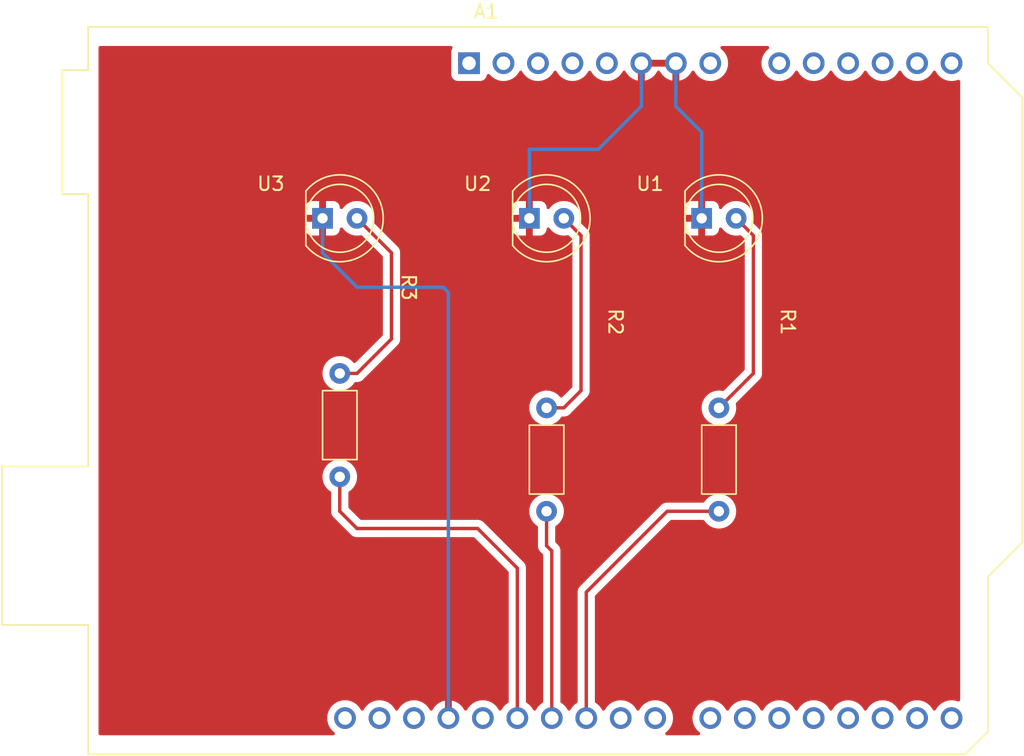
<source format=kicad_pcb>
(kicad_pcb (version 20211014) (generator pcbnew)
  (layers (0 "F.Cu" signal) (31 "B.Cu" signal) (34 "B.Paste" user) (35 "F.Paste" user) (36 "B.SilkS" user "B.Silkscreen") (37 "F.SilkS" user "F.Silkscreen") (38 "B.Mask" user) (39 "F.Mask" user) (44 "Edge.Cuts" user))
  (net 0 "")
  (net 6 "GND")
  (net 24 "Net-(A1-Pad25)")
  (net 25 "Net-(A1-Pad26)")
  (net 26 "Net-(A1-Pad27)")
  (net 31 "Net-(R1-Pad1)")
  (net 32 "Net-(R2-Pad1)")
  (net 33 "Net-(R3-Pad1)")
  (footprint "Module:Arduino_UNO_R3" (layer "F.Cu") (at 164.465 69.85)
    (fp_text reference "A1" (at 1.27 -3.81 180) (layer "F.SilkS"))
    (fp_text value "Arduino_UNO_R3")
    (fp_line (start -34.42 29.72) (end -34.42 41.4) (layer "F.SilkS") (width 0.12))
    (fp_line (start 40.77 2.54) (end 38.23 0) (layer "F.SilkS") (width 0.12))
    (fp_line (start -28.07 41.4) (end -28.07 50.93) (layer "F.SilkS") (width 0.12))
    (fp_line (start -29.97 9.65) (end -28.07 9.65) (layer "F.SilkS") (width 0.12))
    (fp_line (start 38.23 0) (end 38.23 -2.67) (layer "F.SilkS") (width 0.12))
    (fp_line (start 38.23 -2.67) (end -28.07 -2.67) (layer "F.SilkS") (width 0.12))
    (fp_line (start 40.77 35.31) (end 40.77 2.54) (layer "F.SilkS") (width 0.12))
    (fp_line (start 38.23 49.28) (end 38.23 37.85) (layer "F.SilkS") (width 0.12))
    (fp_line (start 38.23 37.85) (end 40.77 35.31) (layer "F.SilkS") (width 0.12))
    (fp_line (start 36.58 50.93) (end 38.23 49.28) (layer "F.SilkS") (width 0.12))
    (fp_line (start -28.07 9.65) (end -28.07 29.72) (layer "F.SilkS") (width 0.12))
    (fp_line (start -29.97 0.51) (end -29.97 9.65) (layer "F.SilkS") (width 0.12))
    (fp_line (start -28.07 0.51) (end -29.97 0.51) (layer "F.SilkS") (width 0.12))
    (fp_line (start -28.07 29.72) (end -34.42 29.72) (layer "F.SilkS") (width 0.12))
    (fp_line (start -34.42 41.4) (end -28.07 41.4) (layer "F.SilkS") (width 0.12))
    (fp_line (start -28.07 50.93) (end 36.58 50.93) (layer "F.SilkS") (width 0.12))
    (fp_line (start -28.07 -2.67) (end -28.07 0.51) (layer "F.SilkS") (width 0.12))
    (pad "1" thru_hole rect (at 0 0 90) (size 1.6 1.6) (drill 1) (layers *.Cu *.Mask))
    (pad "2" thru_hole oval (at 2.54 0 90) (size 1.6 1.6) (drill 1) (layers *.Cu *.Mask))
    (pad "3" thru_hole oval (at 5.08 0 90) (size 1.6 1.6) (drill 1) (layers *.Cu *.Mask))
    (pad "4" thru_hole oval (at 7.62 0 90) (size 1.6 1.6) (drill 1) (layers *.Cu *.Mask))
    (pad "5" thru_hole oval (at 10.16 0 90) (size 1.6 1.6) (drill 1) (layers *.Cu *.Mask))
    (pad "6" thru_hole oval (at 12.7 0 90) (size 1.6 1.6) (drill 1) (layers *.Cu *.Mask) (net 6 "GND"))
    (pad "7" thru_hole oval (at 15.24 0 90) (size 1.6 1.6) (drill 1) (layers *.Cu *.Mask) (net 6 "GND"))
    (pad "8" thru_hole oval (at 17.78 0 90) (size 1.6 1.6) (drill 1) (layers *.Cu *.Mask))
    (pad "9" thru_hole oval (at 22.86 0 90) (size 1.6 1.6) (drill 1) (layers *.Cu *.Mask))
    (pad "10" thru_hole oval (at 25.4 0 90) (size 1.6 1.6) (drill 1) (layers *.Cu *.Mask))
    (pad "11" thru_hole oval (at 27.94 0 90) (size 1.6 1.6) (drill 1) (layers *.Cu *.Mask))
    (pad "12" thru_hole oval (at 30.48 0 90) (size 1.6 1.6) (drill 1) (layers *.Cu *.Mask))
    (pad "13" thru_hole oval (at 33.02 0 90) (size 1.6 1.6) (drill 1) (layers *.Cu *.Mask))
    (pad "14" thru_hole oval (at 35.56 0 90) (size 1.6 1.6) (drill 1) (layers *.Cu *.Mask))
    (pad "15" thru_hole oval (at 35.56 48.26 90) (size 1.6 1.6) (drill 1) (layers *.Cu *.Mask))
    (pad "16" thru_hole oval (at 33.02 48.26 90) (size 1.6 1.6) (drill 1) (layers *.Cu *.Mask))
    (pad "17" thru_hole oval (at 30.48 48.26 90) (size 1.6 1.6) (drill 1) (layers *.Cu *.Mask))
    (pad "18" thru_hole oval (at 27.94 48.26 90) (size 1.6 1.6) (drill 1) (layers *.Cu *.Mask))
    (pad "19" thru_hole oval (at 25.4 48.26 90) (size 1.6 1.6) (drill 1) (layers *.Cu *.Mask))
    (pad "20" thru_hole oval (at 22.86 48.26 90) (size 1.6 1.6) (drill 1) (layers *.Cu *.Mask))
    (pad "21" thru_hole oval (at 20.32 48.26 90) (size 1.6 1.6) (drill 1) (layers *.Cu *.Mask))
    (pad "22" thru_hole oval (at 17.78 48.26 90) (size 1.6 1.6) (drill 1) (layers *.Cu *.Mask))
    (pad "23" thru_hole oval (at 13.72 48.26 90) (size 1.6 1.6) (drill 1) (layers *.Cu *.Mask))
    (pad "24" thru_hole oval (at 11.18 48.26 90) (size 1.6 1.6) (drill 1) (layers *.Cu *.Mask))
    (pad "25" thru_hole oval (at 8.64 48.26 90) (size 1.6 1.6) (drill 1) (layers *.Cu *.Mask) (net 24 "Net-(A1-Pad25)"))
    (pad "26" thru_hole oval (at 6.1 48.26 90) (size 1.6 1.6) (drill 1) (layers *.Cu *.Mask) (net 25 "Net-(A1-Pad26)"))
    (pad "27" thru_hole oval (at 3.56 48.26 90) (size 1.6 1.6) (drill 1) (layers *.Cu *.Mask) (net 26 "Net-(A1-Pad27)"))
    (pad "28" thru_hole oval (at 1.02 48.26 90) (size 1.6 1.6) (drill 1) (layers *.Cu *.Mask))
    (pad "29" thru_hole oval (at -1.52 48.26 90) (size 1.6 1.6) (drill 1) (layers *.Cu *.Mask) (net 6 "GND"))
    (pad "30" thru_hole oval (at -4.06 48.26 90) (size 1.6 1.6) (drill 1) (layers *.Cu *.Mask))
    (pad "31" thru_hole oval (at -6.6 48.26 90) (size 1.6 1.6) (drill 1) (layers *.Cu *.Mask))
    (pad "32" thru_hole oval (at -9.14 48.26 90) (size 1.6 1.6) (drill 1) (layers *.Cu *.Mask))
  )
  (footprint "1_KJC_Library:MyR" (layer "F.Cu") (at 154.94 96.52 -90)
    (fp_text reference "R3" (at -10.16 -5.08 -90 unlocked) (layer "F.SilkS"))
    (fp_text value "R")
    (fp_rect (start -2.54 -1.27) (end 2.54 1.27) (layer "F.SilkS") (width 0.12) (fill none))
    (pad "1" thru_hole circle (at -3.81 0 270) (size 1.524 1.524) (drill 0.762) (layers *.Cu *.Mask) (net 33 "Net-(R3-Pad1)"))
    (pad "2" thru_hole circle (at 3.81 0 270) (size 1.524 1.524) (drill 0.762) (layers *.Cu *.Mask) (net 26 "Net-(A1-Pad27)"))
  )
  (footprint "1_KJC_Library:myLED" (layer "F.Cu") (at 170.18 81.28)
    (fp_text reference "U2" (at -5.08 -2.54 unlocked) (layer "F.SilkS"))
    (fp_text value "myLED")
    (fp_line (start -2.5 2) (end -2.5 -2) (layer "F.SilkS") (width 0.12))
    (fp_arc (start -2.5 -2) (mid 3.201562 0) (end -2.5 2) (layer "F.SilkS") (width 0.12))
    (fp_circle (center 0 0) (end 2.5 0) (layer "F.SilkS") (width 0.12) (fill none))
    (pad "1" thru_hole rect (at -1.27 0) (size 1.524 1.524) (drill 0.762) (layers *.Cu *.Mask) (net 6 "GND"))
    (pad "2" thru_hole circle (at 1.27 0) (size 1.524 1.524) (drill 0.762) (layers *.Cu *.Mask) (net 32 "Net-(R2-Pad1)"))
  )
  (footprint "1_KJC_Library:MyR" (layer "F.Cu") (at 170.18 99.06 -90)
    (fp_text reference "R2" (at -10.16 -5.08 -90 unlocked) (layer "F.SilkS"))
    (fp_text value "R")
    (fp_rect (start -2.54 -1.27) (end 2.54 1.27) (layer "F.SilkS") (width 0.12) (fill none))
    (pad "1" thru_hole circle (at -3.81 0 270) (size 1.524 1.524) (drill 0.762) (layers *.Cu *.Mask) (net 32 "Net-(R2-Pad1)"))
    (pad "2" thru_hole circle (at 3.81 0 270) (size 1.524 1.524) (drill 0.762) (layers *.Cu *.Mask) (net 25 "Net-(A1-Pad26)"))
  )
  (footprint "1_KJC_Library:myLED" (layer "F.Cu") (at 182.88 81.28)
    (fp_text reference "U1" (at -5.08 -2.54 unlocked) (layer "F.SilkS"))
    (fp_text value "myLED")
    (fp_line (start -2.5 2) (end -2.5 -2) (layer "F.SilkS") (width 0.12))
    (fp_arc (start -2.5 -2) (mid 3.201562 0) (end -2.5 2) (layer "F.SilkS") (width 0.12))
    (fp_circle (center 0 0) (end 2.5 0) (layer "F.SilkS") (width 0.12) (fill none))
    (pad "1" thru_hole rect (at -1.27 0) (size 1.524 1.524) (drill 0.762) (layers *.Cu *.Mask) (net 6 "GND"))
    (pad "2" thru_hole circle (at 1.27 0) (size 1.524 1.524) (drill 0.762) (layers *.Cu *.Mask) (net 31 "Net-(R1-Pad1)"))
  )
  (footprint "1_KJC_Library:myLED" (layer "F.Cu") (at 154.94 81.28)
    (fp_text reference "U3" (at -5.08 -2.54 unlocked) (layer "F.SilkS"))
    (fp_text value "myLED")
    (fp_line (start -2.5 2) (end -2.5 -2) (layer "F.SilkS") (width 0.12))
    (fp_arc (start -2.5 -2) (mid 3.201562 0) (end -2.5 2) (layer "F.SilkS") (width 0.12))
    (fp_circle (center 0 0) (end 2.5 0) (layer "F.SilkS") (width 0.12) (fill none))
    (pad "1" thru_hole rect (at -1.27 0) (size 1.524 1.524) (drill 0.762) (layers *.Cu *.Mask) (net 6 "GND"))
    (pad "2" thru_hole circle (at 1.27 0) (size 1.524 1.524) (drill 0.762) (layers *.Cu *.Mask) (net 33 "Net-(R3-Pad1)"))
  )
  (footprint "1_KJC_Library:MyR" (layer "F.Cu") (at 182.88 99.06 -90)
    (fp_text reference "R1" (at -10.16 -5.08 -90 unlocked) (layer "F.SilkS"))
    (fp_text value "R")
    (fp_rect (start -2.54 -1.27) (end 2.54 1.27) (layer "F.SilkS") (width 0.12) (fill none))
    (pad "1" thru_hole circle (at -3.81 0 270) (size 1.524 1.524) (drill 0.762) (layers *.Cu *.Mask) (net 31 "Net-(R1-Pad1)"))
    (pad "2" thru_hole circle (at 3.81 0 270) (size 1.524 1.524) (drill 0.762) (layers *.Cu *.Mask) (net 24 "Net-(A1-Pad25)"))
  )
  (segment (start 153.67 83.82) (end 156.21 86.36) (width 0.25) (layer "B.Cu") (net 6))
  (segment (start 156.21 86.36) (end 162.56 86.36) (width 0.25) (layer "B.Cu") (net 6))
  (segment (start 162.945 86.745) (end 162.945 118.11) (width 0.25) (layer "B.Cu") (net 6))
  (segment (start 162.56 86.36) (end 162.945 86.745) (width 0.25) (layer "B.Cu") (net 6))
  (segment (start 179.705 73.025) (end 179.705 69.85) (width 0.25) (layer "B.Cu") (net 6))
  (segment (start 181.61 81.28) (end 181.61 74.93) (width 0.25) (layer "B.Cu") (net 6))
  (segment (start 177.165 69.85) (end 177.165 73.025) (width 0.25) (layer "B.Cu") (net 6))
  (segment (start 153.67 81.28) (end 153.67 83.82) (width 0.25) (layer "B.Cu") (net 6))
  (segment (start 168.91 76.2) (end 168.91 81.28) (width 0.25) (layer "B.Cu") (net 6))
  (segment (start 173.99 76.2) (end 168.91 76.2) (width 0.25) (layer "B.Cu") (net 6))
  (segment (start 177.165 73.025) (end 173.99 76.2) (width 0.25) (layer "B.Cu") (net 6))
  (segment (start 181.61 74.93) (end 179.705 73.025) (width 0.25) (layer "B.Cu") (net 6))
  (segment (start 182.88 102.87) (end 179.07 102.87) (width 0.25) (layer "F.Cu") (net 24))
  (segment (start 173.105 108.835) (end 173.105 118.11) (width 0.25) (layer "F.Cu") (net 24))
  (segment (start 179.07 102.87) (end 173.105 108.835) (width 0.25) (layer "F.Cu") (net 24))
  (segment (start 170.565 105.795) (end 170.565 118.11) (width 0.25) (layer "F.Cu") (net 25))
  (segment (start 170.18 102.87) (end 170.18 105.41) (width 0.25) (layer "F.Cu") (net 25))
  (segment (start 170.18 105.41) (end 170.565 105.795) (width 0.25) (layer "F.Cu") (net 25))
  (segment (start 156.21 104.14) (end 165.1 104.14) (width 0.25) (layer "F.Cu") (net 26))
  (segment (start 168.025 107.065) (end 168.025 118.11) (width 0.25) (layer "F.Cu") (net 26))
  (segment (start 154.94 102.87) (end 156.21 104.14) (width 0.25) (layer "F.Cu") (net 26))
  (segment (start 154.94 100.33) (end 154.94 102.87) (width 0.25) (layer "F.Cu") (net 26))
  (segment (start 165.1 104.14) (end 168.025 107.065) (width 0.25) (layer "F.Cu") (net 26))
  (segment (start 184.15 81.28) (end 185.42 82.55) (width 0.25) (layer "F.Cu") (net 31))
  (segment (start 185.42 92.71) (end 182.88 95.25) (width 0.25) (layer "F.Cu") (net 31))
  (segment (start 185.42 82.55) (end 185.42 92.71) (width 0.25) (layer "F.Cu") (net 31))
  (segment (start 171.45 95.25) (end 172.72 93.98) (width 0.25) (layer "F.Cu") (net 32))
  (segment (start 172.72 82.55) (end 171.45 81.28) (width 0.25) (layer "F.Cu") (net 32))
  (segment (start 170.18 95.25) (end 171.45 95.25) (width 0.25) (layer "F.Cu") (net 32))
  (segment (start 172.72 93.98) (end 172.72 82.55) (width 0.25) (layer "F.Cu") (net 32))
  (segment (start 158.75 83.82) (end 158.75 90.17) (width 0.25) (layer "F.Cu") (net 33))
  (segment (start 158.75 90.17) (end 156.21 92.71) (width 0.25) (layer "F.Cu") (net 33))
  (segment (start 156.21 81.28) (end 158.75 83.82) (width 0.25) (layer "F.Cu") (net 33))
  (segment (start 156.21 92.71) (end 154.94 92.71) (width 0.25) (layer "F.Cu") (net 33))
  (zone (net 6) (net_name "GND") (layer "F.Cu") (connect_pads (clearance 0.508)) (min_thickness 0.254) (fill yes (thermal_gap 0.508) (thermal_bridge_width 0.508))
    (polygon (pts (xy 200.66 119.38) (xy 137.16 119.38) (xy 137.16 68.58) (xy 200.66 68.58)))
  )
)
</source>
